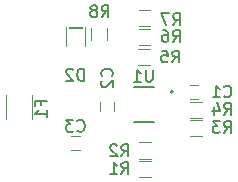
<source format=gbr>
G04 #@! TF.GenerationSoftware,KiCad,Pcbnew,(5.1.9)-1*
G04 #@! TF.CreationDate,2021-01-27T13:34:44-08:00*
G04 #@! TF.ProjectId,AnalogFaderV1,416e616c-6f67-4466-9164-657256312e6b,rev?*
G04 #@! TF.SameCoordinates,Original*
G04 #@! TF.FileFunction,Legend,Bot*
G04 #@! TF.FilePolarity,Positive*
%FSLAX46Y46*%
G04 Gerber Fmt 4.6, Leading zero omitted, Abs format (unit mm)*
G04 Created by KiCad (PCBNEW (5.1.9)-1) date 2021-01-27 13:34:44*
%MOMM*%
%LPD*%
G01*
G04 APERTURE LIST*
%ADD10C,0.100000*%
%ADD11C,0.120000*%
%ADD12C,0.200000*%
%ADD13C,0.127000*%
%ADD14C,0.150000*%
G04 APERTURE END LIST*
D10*
X115976500Y-42938700D02*
X115976500Y-42138700D01*
X115976500Y-42938700D02*
X115976500Y-43738700D01*
X117576500Y-42138700D02*
X117576500Y-43738700D01*
X116226500Y-42238700D02*
X116226500Y-42138700D01*
X117326500Y-42238700D02*
X116226500Y-42238700D01*
X117326500Y-42138700D02*
X117326500Y-42238700D01*
X116226500Y-42138700D02*
X117326500Y-42138700D01*
D11*
X127108000Y-47037700D02*
X126408000Y-47037700D01*
X126408000Y-48237700D02*
X127108000Y-48237700D01*
X120005400Y-49206200D02*
X120005400Y-48506200D01*
X118805400Y-48506200D02*
X118805400Y-49206200D01*
X117101100Y-51368400D02*
X116401100Y-51368400D01*
X116401100Y-52568400D02*
X117101100Y-52568400D01*
X113033200Y-49902500D02*
X113033200Y-47902500D01*
X110893200Y-47902500D02*
X110893200Y-49902500D01*
X123143200Y-53460100D02*
X122143200Y-53460100D01*
X122143200Y-54820100D02*
X123143200Y-54820100D01*
X122143200Y-53258000D02*
X123143200Y-53258000D01*
X123143200Y-51898000D02*
X122143200Y-51898000D01*
X127423100Y-49993000D02*
X126423100Y-49993000D01*
X126423100Y-51353000D02*
X127423100Y-51353000D01*
X126423100Y-49803600D02*
X127423100Y-49803600D01*
X127423100Y-48443600D02*
X126423100Y-48443600D01*
X122068400Y-45320500D02*
X123068400Y-45320500D01*
X123068400Y-43960500D02*
X122068400Y-43960500D01*
X123079700Y-42322200D02*
X122079700Y-42322200D01*
X122079700Y-43682200D02*
X123079700Y-43682200D01*
X122079700Y-42043900D02*
X123079700Y-42043900D01*
X123079700Y-40683900D02*
X122079700Y-40683900D01*
X119412300Y-43209400D02*
X119412300Y-42209400D01*
X118052300Y-42209400D02*
X118052300Y-43209400D01*
D12*
X124998900Y-47618500D02*
G75*
G03*
X124998900Y-47618500I-100000J0D01*
G01*
D13*
X123353900Y-50128500D02*
X121693900Y-50128500D01*
X121693900Y-47168500D02*
X123353900Y-47168500D01*
D14*
X117463795Y-46654980D02*
X117463795Y-45654980D01*
X117225700Y-45654980D01*
X117082842Y-45702600D01*
X116987604Y-45797838D01*
X116939985Y-45893076D01*
X116892366Y-46083552D01*
X116892366Y-46226409D01*
X116939985Y-46416885D01*
X116987604Y-46512123D01*
X117082842Y-46607361D01*
X117225700Y-46654980D01*
X117463795Y-46654980D01*
X116511414Y-45750219D02*
X116463795Y-45702600D01*
X116368557Y-45654980D01*
X116130461Y-45654980D01*
X116035223Y-45702600D01*
X115987604Y-45750219D01*
X115939985Y-45845457D01*
X115939985Y-45940695D01*
X115987604Y-46083552D01*
X116559033Y-46654980D01*
X115939985Y-46654980D01*
X129324266Y-47994842D02*
X129371885Y-48042461D01*
X129514742Y-48090080D01*
X129609980Y-48090080D01*
X129752838Y-48042461D01*
X129848076Y-47947223D01*
X129895695Y-47851985D01*
X129943314Y-47661509D01*
X129943314Y-47518652D01*
X129895695Y-47328176D01*
X129848076Y-47232938D01*
X129752838Y-47137700D01*
X129609980Y-47090080D01*
X129514742Y-47090080D01*
X129371885Y-47137700D01*
X129324266Y-47185319D01*
X128371885Y-48090080D02*
X128943314Y-48090080D01*
X128657600Y-48090080D02*
X128657600Y-47090080D01*
X128752838Y-47232938D01*
X128848076Y-47328176D01*
X128943314Y-47375795D01*
X119812642Y-46289233D02*
X119860261Y-46241614D01*
X119907880Y-46098757D01*
X119907880Y-46003519D01*
X119860261Y-45860661D01*
X119765023Y-45765423D01*
X119669785Y-45717804D01*
X119479309Y-45670185D01*
X119336452Y-45670185D01*
X119145976Y-45717804D01*
X119050738Y-45765423D01*
X118955500Y-45860661D01*
X118907880Y-46003519D01*
X118907880Y-46098757D01*
X118955500Y-46241614D01*
X119003119Y-46289233D01*
X119003119Y-46670185D02*
X118955500Y-46717804D01*
X118907880Y-46813042D01*
X118907880Y-47051138D01*
X118955500Y-47146376D01*
X119003119Y-47193995D01*
X119098357Y-47241614D01*
X119193595Y-47241614D01*
X119336452Y-47193995D01*
X119907880Y-46622566D01*
X119907880Y-47241614D01*
X116905066Y-50890442D02*
X116952685Y-50938061D01*
X117095542Y-50985680D01*
X117190780Y-50985680D01*
X117333638Y-50938061D01*
X117428876Y-50842823D01*
X117476495Y-50747585D01*
X117524114Y-50557109D01*
X117524114Y-50414252D01*
X117476495Y-50223776D01*
X117428876Y-50128538D01*
X117333638Y-50033300D01*
X117190780Y-49985680D01*
X117095542Y-49985680D01*
X116952685Y-50033300D01*
X116905066Y-50080919D01*
X116571733Y-49985680D02*
X115952685Y-49985680D01*
X116286019Y-50366633D01*
X116143161Y-50366633D01*
X116047923Y-50414252D01*
X116000304Y-50461871D01*
X115952685Y-50557109D01*
X115952685Y-50795204D01*
X116000304Y-50890442D01*
X116047923Y-50938061D01*
X116143161Y-50985680D01*
X116428876Y-50985680D01*
X116524114Y-50938061D01*
X116571733Y-50890442D01*
X113784071Y-48688666D02*
X113784071Y-48355333D01*
X114307880Y-48355333D02*
X113307880Y-48355333D01*
X113307880Y-48831523D01*
X114307880Y-49736285D02*
X114307880Y-49164857D01*
X114307880Y-49450571D02*
X113307880Y-49450571D01*
X113450738Y-49355333D01*
X113545976Y-49260095D01*
X113593595Y-49164857D01*
X120638166Y-54567080D02*
X120971500Y-54090890D01*
X121209595Y-54567080D02*
X121209595Y-53567080D01*
X120828642Y-53567080D01*
X120733404Y-53614700D01*
X120685785Y-53662319D01*
X120638166Y-53757557D01*
X120638166Y-53900414D01*
X120685785Y-53995652D01*
X120733404Y-54043271D01*
X120828642Y-54090890D01*
X121209595Y-54090890D01*
X119685785Y-54567080D02*
X120257214Y-54567080D01*
X119971500Y-54567080D02*
X119971500Y-53567080D01*
X120066738Y-53709938D01*
X120161976Y-53805176D01*
X120257214Y-53852795D01*
X120638166Y-53068480D02*
X120971500Y-52592290D01*
X121209595Y-53068480D02*
X121209595Y-52068480D01*
X120828642Y-52068480D01*
X120733404Y-52116100D01*
X120685785Y-52163719D01*
X120638166Y-52258957D01*
X120638166Y-52401814D01*
X120685785Y-52497052D01*
X120733404Y-52544671D01*
X120828642Y-52592290D01*
X121209595Y-52592290D01*
X120257214Y-52163719D02*
X120209595Y-52116100D01*
X120114357Y-52068480D01*
X119876261Y-52068480D01*
X119781023Y-52116100D01*
X119733404Y-52163719D01*
X119685785Y-52258957D01*
X119685785Y-52354195D01*
X119733404Y-52497052D01*
X120304833Y-53068480D01*
X119685785Y-53068480D01*
X129324266Y-51099980D02*
X129657600Y-50623790D01*
X129895695Y-51099980D02*
X129895695Y-50099980D01*
X129514742Y-50099980D01*
X129419504Y-50147600D01*
X129371885Y-50195219D01*
X129324266Y-50290457D01*
X129324266Y-50433314D01*
X129371885Y-50528552D01*
X129419504Y-50576171D01*
X129514742Y-50623790D01*
X129895695Y-50623790D01*
X128990933Y-50099980D02*
X128371885Y-50099980D01*
X128705219Y-50480933D01*
X128562361Y-50480933D01*
X128467123Y-50528552D01*
X128419504Y-50576171D01*
X128371885Y-50671409D01*
X128371885Y-50909504D01*
X128419504Y-51004742D01*
X128467123Y-51052361D01*
X128562361Y-51099980D01*
X128848076Y-51099980D01*
X128943314Y-51052361D01*
X128990933Y-51004742D01*
X129338366Y-49537880D02*
X129671700Y-49061690D01*
X129909795Y-49537880D02*
X129909795Y-48537880D01*
X129528842Y-48537880D01*
X129433604Y-48585500D01*
X129385985Y-48633119D01*
X129338366Y-48728357D01*
X129338366Y-48871214D01*
X129385985Y-48966452D01*
X129433604Y-49014071D01*
X129528842Y-49061690D01*
X129909795Y-49061690D01*
X128481223Y-48871214D02*
X128481223Y-49537880D01*
X128719319Y-48490261D02*
X128957414Y-49204547D01*
X128338366Y-49204547D01*
X124956866Y-45118280D02*
X125290200Y-44642090D01*
X125528295Y-45118280D02*
X125528295Y-44118280D01*
X125147342Y-44118280D01*
X125052104Y-44165900D01*
X125004485Y-44213519D01*
X124956866Y-44308757D01*
X124956866Y-44451614D01*
X125004485Y-44546852D01*
X125052104Y-44594471D01*
X125147342Y-44642090D01*
X125528295Y-44642090D01*
X124052104Y-44118280D02*
X124528295Y-44118280D01*
X124575914Y-44594471D01*
X124528295Y-44546852D01*
X124433057Y-44499233D01*
X124194961Y-44499233D01*
X124099723Y-44546852D01*
X124052104Y-44594471D01*
X124004485Y-44689709D01*
X124004485Y-44927804D01*
X124052104Y-45023042D01*
X124099723Y-45070661D01*
X124194961Y-45118280D01*
X124433057Y-45118280D01*
X124528295Y-45070661D01*
X124575914Y-45023042D01*
X124982266Y-43391080D02*
X125315600Y-42914890D01*
X125553695Y-43391080D02*
X125553695Y-42391080D01*
X125172742Y-42391080D01*
X125077504Y-42438700D01*
X125029885Y-42486319D01*
X124982266Y-42581557D01*
X124982266Y-42724414D01*
X125029885Y-42819652D01*
X125077504Y-42867271D01*
X125172742Y-42914890D01*
X125553695Y-42914890D01*
X124125123Y-42391080D02*
X124315600Y-42391080D01*
X124410838Y-42438700D01*
X124458457Y-42486319D01*
X124553695Y-42629176D01*
X124601314Y-42819652D01*
X124601314Y-43200604D01*
X124553695Y-43295842D01*
X124506076Y-43343461D01*
X124410838Y-43391080D01*
X124220361Y-43391080D01*
X124125123Y-43343461D01*
X124077504Y-43295842D01*
X124029885Y-43200604D01*
X124029885Y-42962509D01*
X124077504Y-42867271D01*
X124125123Y-42819652D01*
X124220361Y-42772033D01*
X124410838Y-42772033D01*
X124506076Y-42819652D01*
X124553695Y-42867271D01*
X124601314Y-42962509D01*
X125020366Y-41968680D02*
X125353700Y-41492490D01*
X125591795Y-41968680D02*
X125591795Y-40968680D01*
X125210842Y-40968680D01*
X125115604Y-41016300D01*
X125067985Y-41063919D01*
X125020366Y-41159157D01*
X125020366Y-41302014D01*
X125067985Y-41397252D01*
X125115604Y-41444871D01*
X125210842Y-41492490D01*
X125591795Y-41492490D01*
X124687033Y-40968680D02*
X124020366Y-40968680D01*
X124448938Y-41968680D01*
X118962466Y-41282880D02*
X119295800Y-40806690D01*
X119533895Y-41282880D02*
X119533895Y-40282880D01*
X119152942Y-40282880D01*
X119057704Y-40330500D01*
X119010085Y-40378119D01*
X118962466Y-40473357D01*
X118962466Y-40616214D01*
X119010085Y-40711452D01*
X119057704Y-40759071D01*
X119152942Y-40806690D01*
X119533895Y-40806690D01*
X118391038Y-40711452D02*
X118486276Y-40663833D01*
X118533895Y-40616214D01*
X118581514Y-40520976D01*
X118581514Y-40473357D01*
X118533895Y-40378119D01*
X118486276Y-40330500D01*
X118391038Y-40282880D01*
X118200561Y-40282880D01*
X118105323Y-40330500D01*
X118057704Y-40378119D01*
X118010085Y-40473357D01*
X118010085Y-40520976D01*
X118057704Y-40616214D01*
X118105323Y-40663833D01*
X118200561Y-40711452D01*
X118391038Y-40711452D01*
X118486276Y-40759071D01*
X118533895Y-40806690D01*
X118581514Y-40901928D01*
X118581514Y-41092404D01*
X118533895Y-41187642D01*
X118486276Y-41235261D01*
X118391038Y-41282880D01*
X118200561Y-41282880D01*
X118105323Y-41235261D01*
X118057704Y-41187642D01*
X118010085Y-41092404D01*
X118010085Y-40901928D01*
X118057704Y-40806690D01*
X118105323Y-40759071D01*
X118200561Y-40711452D01*
X123267208Y-45743087D02*
X123267208Y-46553784D01*
X123219520Y-46649160D01*
X123171832Y-46696848D01*
X123076456Y-46744536D01*
X122885704Y-46744536D01*
X122790328Y-46696848D01*
X122742640Y-46649160D01*
X122694952Y-46553784D01*
X122694952Y-45743087D01*
X121693503Y-46744536D02*
X122265759Y-46744536D01*
X121979631Y-46744536D02*
X121979631Y-45743087D01*
X122075007Y-45886151D01*
X122170383Y-45981527D01*
X122265759Y-46029215D01*
M02*

</source>
